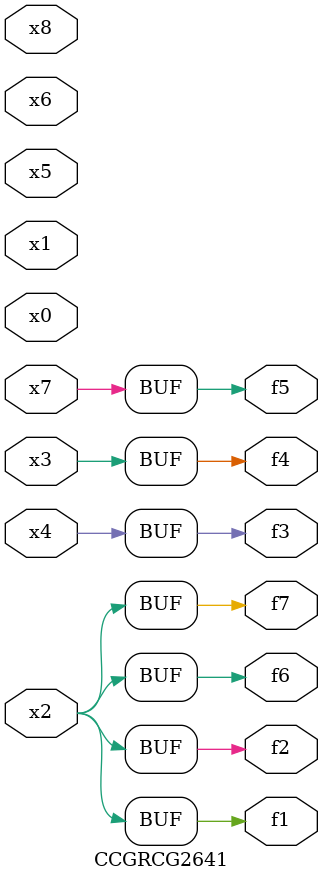
<source format=v>
module CCGRCG2641(
	input x0, x1, x2, x3, x4, x5, x6, x7, x8,
	output f1, f2, f3, f4, f5, f6, f7
);
	assign f1 = x2;
	assign f2 = x2;
	assign f3 = x4;
	assign f4 = x3;
	assign f5 = x7;
	assign f6 = x2;
	assign f7 = x2;
endmodule

</source>
